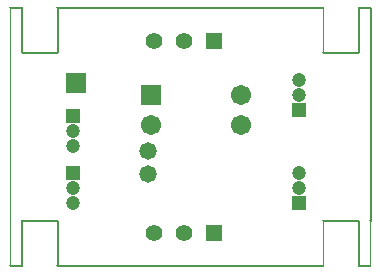
<source format=gbs>
G04*
G04 #@! TF.GenerationSoftware,Altium Limited,Altium Designer,20.0.10 (225)*
G04*
G04 Layer_Color=16711935*
%FSLAX25Y25*%
%MOIN*%
G70*
G01*
G75*
%ADD16C,0.00300*%
%ADD26R,0.05524X0.05524*%
%ADD27C,0.05524*%
%ADD28R,0.06706X0.06706*%
%ADD29C,0.04737*%
%ADD30R,0.04737X0.04737*%
%ADD31C,0.06706*%
%ADD32C,0.05800*%
D16*
X120229Y71000D02*
G03*
X120079Y71150I-150J0D01*
G01*
X120229Y71000D02*
G03*
X120079Y71150I-150J0D01*
G01*
X116142D02*
G03*
X115992Y71000I0J-150D01*
G01*
X119929Y132D02*
G03*
X119850Y-0I71J-132D01*
G01*
X116142Y55952D02*
G03*
X116292Y56102I0J150D01*
G01*
X116142Y55952D02*
G03*
X116292Y56102I0J150D01*
G01*
X116142Y71150D02*
G03*
X115992Y71000I0J-150D01*
G01*
X104481Y71000D02*
G03*
X104331Y71150I-150J0D01*
G01*
X104481Y71000D02*
G03*
X104331Y71150I-150J0D01*
G01*
X104181Y56102D02*
G03*
X104331Y55952I150J0D01*
G01*
X104181Y56102D02*
G03*
X104331Y55952I150J0D01*
G01*
Y150D02*
G03*
X104181Y0I0J-150D01*
G01*
X120150Y-132D02*
G03*
X120229Y-0I-71J132D01*
G01*
X120150Y-132D02*
G03*
X120229Y-0I-71J132D01*
G01*
X119929Y132D02*
G03*
X119850Y-0I71J-132D01*
G01*
X120000Y-15150D02*
G03*
X120150Y-15000I0J150D01*
G01*
X120000Y-15150D02*
G03*
X120150Y-15000I0J150D01*
G01*
X116292Y-0D02*
G03*
X116142Y150I-150J0D01*
G01*
X116292Y-0D02*
G03*
X116142Y150I-150J0D01*
G01*
X104331Y150D02*
G03*
X104181Y0I0J-150D01*
G01*
X115992Y-15000D02*
G03*
X116142Y-15150I150J0D01*
G01*
X115992Y-15000D02*
G03*
X116142Y-15150I150J0D01*
G01*
X104331Y-15150D02*
G03*
X104481Y-15000I0J150D01*
G01*
X15748Y71150D02*
G03*
X15598Y71000I0J-150D01*
G01*
X15748Y71150D02*
G03*
X15598Y71000I0J-150D01*
G01*
X15748Y55952D02*
G03*
X15898Y56102I0J150D01*
G01*
X15748Y55952D02*
G03*
X15898Y56102I0J150D01*
G01*
X4087Y71000D02*
G03*
X3937Y71150I-150J0D01*
G01*
X4087Y71000D02*
G03*
X3937Y71150I-150J0D01*
G01*
X-0D02*
G03*
X-150Y71000I0J-150D01*
G01*
X-0Y71150D02*
G03*
X-150Y71000I0J-150D01*
G01*
X3787Y56102D02*
G03*
X3937Y55952I150J0D01*
G01*
X3787Y56102D02*
G03*
X3937Y55952I150J0D01*
G01*
Y150D02*
G03*
X3787Y0I0J-150D01*
G01*
X15898D02*
G03*
X15748Y150I-150J0D01*
G01*
X15898Y0D02*
G03*
X15748Y150I-150J0D01*
G01*
X104331Y-15150D02*
G03*
X104481Y-15000I0J150D01*
G01*
X15598Y-15000D02*
G03*
X15748Y-15150I150J0D01*
G01*
X15598Y-15000D02*
G03*
X15748Y-15150I150J0D01*
G01*
X3937Y150D02*
G03*
X3787Y0I0J-150D01*
G01*
X-150Y-15000D02*
G03*
X-0Y-15150I150J0D01*
G01*
X3937D02*
G03*
X4087Y-15000I0J150D01*
G01*
X3937Y-15150D02*
G03*
X4087Y-15000I0J150D01*
G01*
X-150D02*
G03*
X-0Y-15150I150J0D01*
G01*
X120229Y-0D02*
Y71000D01*
X116142Y71150D02*
X120079D01*
X116292Y56102D02*
Y70850D01*
X119929D01*
X115992Y56252D02*
Y71000D01*
X104481Y56252D02*
Y71000D01*
X104331Y55952D02*
X116142D01*
X104481Y56252D02*
X115992D01*
X104331Y150D02*
X116142Y150D01*
X120150Y-15000D02*
Y-132D01*
X119929Y132D02*
Y70850D01*
X119850Y-14850D02*
Y-0D01*
X116142Y-15150D02*
X120000D01*
X116292Y-14850D02*
X119850D01*
X116292D02*
Y-0D01*
X104481Y-15000D02*
X104481Y-150D01*
X115992Y-15000D02*
Y-150D01*
X104481Y-150D02*
X115992Y-150D01*
X15898Y70850D02*
X104181Y70850D01*
X15748Y71150D02*
X104331Y71150D01*
X104181Y56102D02*
Y70850D01*
X15898Y56102D02*
Y70850D01*
X15598Y56252D02*
Y71000D01*
X3937Y55952D02*
X15748D01*
X4087Y56252D02*
X15598D01*
X3937Y150D02*
X15748D01*
X4087Y56252D02*
Y71000D01*
X-0Y71150D02*
X3937D01*
X3787Y56102D02*
Y70850D01*
X150D02*
X3787D01*
X104181Y-14850D02*
X104181Y0D01*
X15898Y-14850D02*
X15898Y0D01*
X15598Y-15000D02*
X15598Y-150D01*
X15898Y-14850D02*
X104181Y-14850D01*
X15748Y-15150D02*
X104331Y-15150D01*
X4087Y-150D02*
X15598D01*
X4087Y-15000D02*
Y-150D01*
X3787Y-14850D02*
Y0D01*
X150Y70850D02*
X150Y-14850D01*
X-150Y71000D02*
X-150Y-15000D01*
X-0Y-15150D02*
X3937D01*
X150Y-14850D02*
X3787D01*
D26*
X68000Y-4000D02*
D03*
Y60000D02*
D03*
D27*
X58000Y-4000D02*
D03*
X48000D02*
D03*
X58000Y60000D02*
D03*
X48000D02*
D03*
D28*
X21984Y46000D02*
D03*
X47000Y41996D02*
D03*
D29*
X96500Y16000D02*
D03*
Y11000D02*
D03*
Y46984D02*
D03*
Y41984D02*
D03*
X21000Y6000D02*
D03*
Y11000D02*
D03*
Y25000D02*
D03*
Y30000D02*
D03*
D30*
X96500Y6000D02*
D03*
Y36984D02*
D03*
X21000Y16000D02*
D03*
Y35000D02*
D03*
D31*
X77000Y31996D02*
D03*
Y41996D02*
D03*
X47000Y31996D02*
D03*
D32*
X46147Y15395D02*
D03*
Y23269D02*
D03*
M02*

</source>
